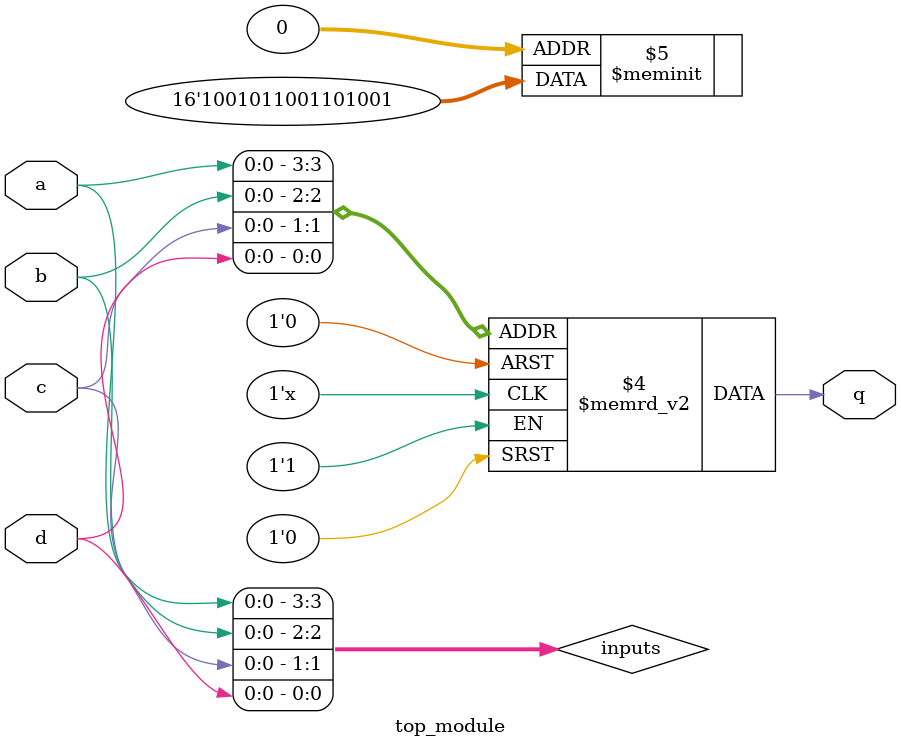
<source format=sv>
module top_module (
    input a,
    input b,
    input c,
    input d,
    output q
);

wire [3:0] inputs;
assign inputs = {a, b, c, d};

always @(*) begin
    case (inputs)
        4'b0000: q = 1'b1;
        4'b0001: q = 1'b0;
        4'b0010: q = 1'b0;
        4'b0011: q = 1'b1;
        4'b0100: q = 1'b0;
        4'b0101: q = 1'b1;
        4'b0110: q = 1'b1;
        4'b0111: q = 1'b0;
        4'b1000: q = 1'b0;
        4'b1001: q = 1'b1;
        4'b1010: q = 1'b1;
        4'b1011: q = 1'b0;
        4'b1100: q = 1'b1;
        4'b1101: q = 1'b0;
        4'b1110: q = 1'b0;
        4'b1111: q = 1'b1;
        default: q = 1'bx;
    endcase
end

endmodule

</source>
